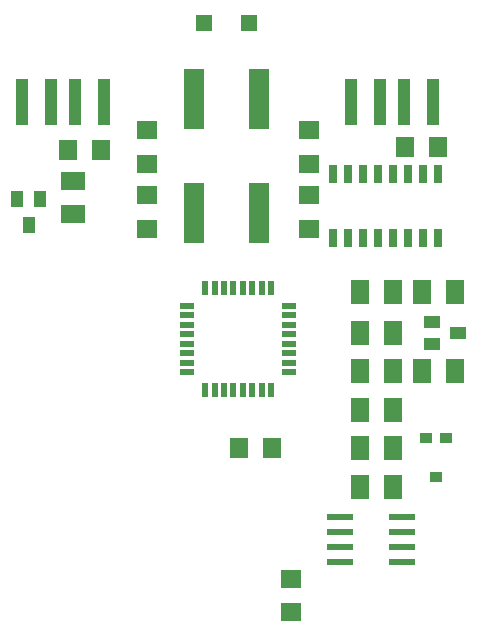
<source format=gtp>
G75*
%MOIN*%
%OFA0B0*%
%FSLAX25Y25*%
%IPPOS*%
%LPD*%
%AMOC8*
5,1,8,0,0,1.08239X$1,22.5*
%
%ADD10R,0.07000X0.20000*%
%ADD11R,0.07087X0.06299*%
%ADD12R,0.06299X0.07087*%
%ADD13R,0.05512X0.05512*%
%ADD14R,0.08661X0.02362*%
%ADD15R,0.06299X0.07874*%
%ADD16R,0.03937X0.03543*%
%ADD17R,0.04331X0.03543*%
%ADD18R,0.02500X0.06000*%
%ADD19R,0.04409X0.15748*%
%ADD20R,0.02200X0.05000*%
%ADD21R,0.05000X0.02200*%
%ADD22R,0.05512X0.03937*%
%ADD23R,0.03937X0.05512*%
%ADD24R,0.07874X0.06299*%
D10*
X0096535Y0171728D03*
X0118189Y0171728D03*
X0118189Y0209728D03*
X0096535Y0209728D03*
D11*
X0080787Y0199192D03*
X0080787Y0188169D03*
X0080787Y0177539D03*
X0080787Y0166515D03*
X0134921Y0166515D03*
X0134921Y0177539D03*
X0134921Y0188169D03*
X0134921Y0199192D03*
X0129016Y0049586D03*
X0129016Y0038562D03*
D12*
X0122717Y0093287D03*
X0111693Y0093287D03*
X0065630Y0192696D03*
X0054606Y0192696D03*
X0166811Y0193680D03*
X0177835Y0193680D03*
D13*
X0114843Y0235019D03*
X0099882Y0235019D03*
D14*
X0145354Y0070275D03*
X0145354Y0065275D03*
X0145354Y0060275D03*
X0145354Y0055275D03*
X0165827Y0055275D03*
X0165827Y0060275D03*
X0165827Y0065275D03*
X0165827Y0070275D03*
D15*
X0163071Y0080491D03*
X0163071Y0093287D03*
X0163071Y0106082D03*
X0163071Y0118877D03*
X0172717Y0118877D03*
X0163071Y0131673D03*
X0163071Y0145452D03*
X0172717Y0145452D03*
X0183740Y0145452D03*
X0183740Y0118877D03*
X0152047Y0118877D03*
X0152047Y0106082D03*
X0152047Y0093287D03*
X0152047Y0080491D03*
X0152047Y0131673D03*
X0152047Y0145452D03*
D16*
X0173898Y0096830D03*
X0180591Y0096830D03*
D17*
X0177244Y0083838D03*
D18*
X0178012Y0163385D03*
X0173012Y0163385D03*
X0168012Y0163385D03*
X0163012Y0163385D03*
X0158012Y0163385D03*
X0153012Y0163385D03*
X0148012Y0163385D03*
X0143012Y0163385D03*
X0143012Y0184606D03*
X0148012Y0184606D03*
X0153012Y0184606D03*
X0158012Y0184606D03*
X0163012Y0184606D03*
X0168012Y0184606D03*
X0173012Y0184606D03*
X0178012Y0184606D03*
D19*
X0176378Y0208838D03*
X0166535Y0208838D03*
X0158661Y0208838D03*
X0148819Y0208838D03*
X0066654Y0208838D03*
X0056811Y0208838D03*
X0048937Y0208838D03*
X0039094Y0208838D03*
D20*
X0100276Y0146604D03*
X0103425Y0146604D03*
X0106575Y0146604D03*
X0109724Y0146604D03*
X0112874Y0146604D03*
X0116024Y0146604D03*
X0119173Y0146604D03*
X0122323Y0146604D03*
X0122323Y0112804D03*
X0119173Y0112804D03*
X0116024Y0112804D03*
X0112874Y0112804D03*
X0109724Y0112804D03*
X0106575Y0112804D03*
X0103425Y0112804D03*
X0100276Y0112804D03*
D21*
X0094399Y0118680D03*
X0094399Y0121830D03*
X0094399Y0124980D03*
X0094399Y0128129D03*
X0094399Y0131279D03*
X0094399Y0134428D03*
X0094399Y0137578D03*
X0094399Y0140728D03*
X0128199Y0140728D03*
X0128199Y0137578D03*
X0128199Y0134428D03*
X0128199Y0131279D03*
X0128199Y0128129D03*
X0128199Y0124980D03*
X0128199Y0121830D03*
X0128199Y0118680D03*
D22*
X0175866Y0127932D03*
X0175866Y0135413D03*
X0184528Y0131673D03*
D23*
X0045157Y0176358D03*
X0037677Y0176358D03*
X0041417Y0167696D03*
D24*
X0056181Y0171436D03*
X0056181Y0182460D03*
M02*

</source>
